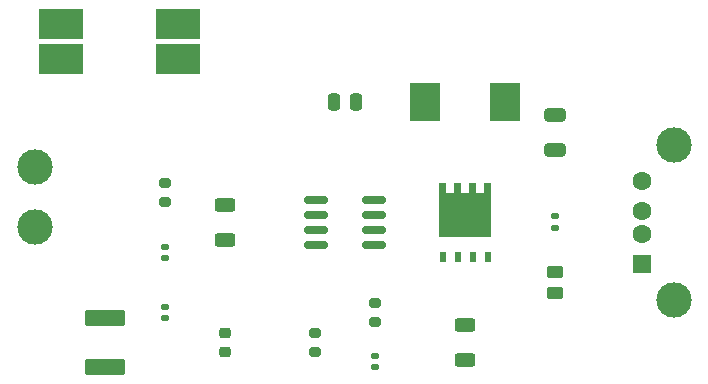
<source format=gbr>
%TF.GenerationSoftware,KiCad,Pcbnew,(6.0.4)*%
%TF.CreationDate,2022-04-27T12:43:55-07:00*%
%TF.ProjectId,SolarChargerV2,536f6c61-7243-4686-9172-67657256322e,rev?*%
%TF.SameCoordinates,Original*%
%TF.FileFunction,Soldermask,Top*%
%TF.FilePolarity,Negative*%
%FSLAX46Y46*%
G04 Gerber Fmt 4.6, Leading zero omitted, Abs format (unit mm)*
G04 Created by KiCad (PCBNEW (6.0.4)) date 2022-04-27 12:43:55*
%MOMM*%
%LPD*%
G01*
G04 APERTURE LIST*
G04 Aperture macros list*
%AMRoundRect*
0 Rectangle with rounded corners*
0 $1 Rounding radius*
0 $2 $3 $4 $5 $6 $7 $8 $9 X,Y pos of 4 corners*
0 Add a 4 corners polygon primitive as box body*
4,1,4,$2,$3,$4,$5,$6,$7,$8,$9,$2,$3,0*
0 Add four circle primitives for the rounded corners*
1,1,$1+$1,$2,$3*
1,1,$1+$1,$4,$5*
1,1,$1+$1,$6,$7*
1,1,$1+$1,$8,$9*
0 Add four rect primitives between the rounded corners*
20,1,$1+$1,$2,$3,$4,$5,0*
20,1,$1+$1,$4,$5,$6,$7,0*
20,1,$1+$1,$6,$7,$8,$9,0*
20,1,$1+$1,$8,$9,$2,$3,0*%
%AMFreePoly0*
4,1,17,2.675000,1.605000,1.875000,1.605000,1.875000,0.935000,2.675000,0.935000,2.675000,0.335000,1.875000,0.335000,1.875000,-0.335000,2.675000,-0.335000,2.675000,-0.935000,1.875000,-0.935000,1.875000,-1.605000,2.675000,-1.605000,2.675000,-2.205000,-1.875000,-2.205000,-1.875000,2.205000,2.675000,2.205000,2.675000,1.605000,2.675000,1.605000,$1*%
G04 Aperture macros list end*
%ADD10RoundRect,0.140000X-0.170000X0.140000X-0.170000X-0.140000X0.170000X-0.140000X0.170000X0.140000X0*%
%ADD11RoundRect,0.225000X-0.250000X0.225000X-0.250000X-0.225000X0.250000X-0.225000X0.250000X0.225000X0*%
%ADD12RoundRect,0.250000X-0.250000X-0.475000X0.250000X-0.475000X0.250000X0.475000X-0.250000X0.475000X0*%
%ADD13RoundRect,0.250000X-0.650000X0.325000X-0.650000X-0.325000X0.650000X-0.325000X0.650000X0.325000X0*%
%ADD14RoundRect,0.249999X-1.450001X0.450001X-1.450001X-0.450001X1.450001X-0.450001X1.450001X0.450001X0*%
%ADD15RoundRect,0.135000X-0.185000X0.135000X-0.185000X-0.135000X0.185000X-0.135000X0.185000X0.135000X0*%
%ADD16RoundRect,0.200000X-0.275000X0.200000X-0.275000X-0.200000X0.275000X-0.200000X0.275000X0.200000X0*%
%ADD17RoundRect,0.250000X-0.625000X0.312500X-0.625000X-0.312500X0.625000X-0.312500X0.625000X0.312500X0*%
%ADD18R,3.850000X2.500000*%
%ADD19R,2.500000X3.300000*%
%ADD20C,3.000000*%
%ADD21RoundRect,0.150000X-0.825000X-0.150000X0.825000X-0.150000X0.825000X0.150000X-0.825000X0.150000X0*%
%ADD22RoundRect,0.250000X-0.450000X0.262500X-0.450000X-0.262500X0.450000X-0.262500X0.450000X0.262500X0*%
%ADD23FreePoly0,90.000000*%
%ADD24R,0.500000X0.850000*%
%ADD25R,1.500000X1.600000*%
%ADD26C,1.600000*%
G04 APERTURE END LIST*
D10*
%TO.C,C5*%
X129540000Y-82427500D03*
X129540000Y-83387500D03*
%TD*%
%TO.C,C3*%
X111760000Y-78260000D03*
X111760000Y-79220000D03*
%TD*%
%TO.C,C2*%
X111760000Y-73180000D03*
X111760000Y-74140000D03*
%TD*%
D11*
%TO.C,C4*%
X116840000Y-80505000D03*
X116840000Y-82055000D03*
%TD*%
D12*
%TO.C,C6*%
X126050000Y-60960000D03*
X127950000Y-60960000D03*
%TD*%
D13*
%TO.C,C7*%
X144780000Y-62025000D03*
X144780000Y-64975000D03*
%TD*%
D14*
%TO.C,C1*%
X106680000Y-79230000D03*
X106680000Y-83330000D03*
%TD*%
D15*
%TO.C,R6*%
X144780000Y-70610000D03*
X144780000Y-71630000D03*
%TD*%
D16*
%TO.C,R4*%
X129540000Y-77915000D03*
X129540000Y-79565000D03*
%TD*%
%TO.C,R3*%
X124460000Y-80455000D03*
X124460000Y-82105000D03*
%TD*%
%TO.C,R1*%
X111760000Y-67755000D03*
X111760000Y-69405000D03*
%TD*%
D17*
%TO.C,R5*%
X137160000Y-79817500D03*
X137160000Y-82742500D03*
%TD*%
%TO.C,R2*%
X116840000Y-69657500D03*
X116840000Y-72582500D03*
%TD*%
D18*
%TO.C,L1*%
X112875000Y-57300000D03*
X112875000Y-54300000D03*
X102925000Y-54300000D03*
X102925000Y-57300000D03*
%TD*%
D19*
%TO.C,D1*%
X140560000Y-60960000D03*
X133760000Y-60960000D03*
%TD*%
D20*
%TO.C,SC1*%
X100700000Y-66460000D03*
X100700000Y-71540000D03*
%TD*%
D21*
%TO.C,U1*%
X124525000Y-69215000D03*
X124525000Y-70485000D03*
X124525000Y-71755000D03*
X124525000Y-73025000D03*
X129475000Y-73025000D03*
X129475000Y-71755000D03*
X129475000Y-70485000D03*
X129475000Y-69215000D03*
%TD*%
D22*
%TO.C,R7*%
X144780000Y-75287500D03*
X144780000Y-77112500D03*
%TD*%
D23*
%TO.C,Q1*%
X137160000Y-70470000D03*
D24*
X135255000Y-74020000D03*
X136525000Y-74020000D03*
X137795000Y-74020000D03*
X139065000Y-74020000D03*
%TD*%
D25*
%TO.C,J1*%
X152120000Y-74620000D03*
D26*
X152120000Y-72120000D03*
X152120000Y-70120000D03*
X152120000Y-67620000D03*
D20*
X154830000Y-64550000D03*
X154830000Y-77690000D03*
%TD*%
M02*

</source>
